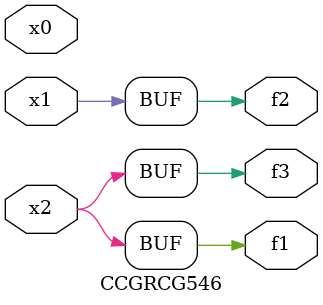
<source format=v>
module CCGRCG546(
	input x0, x1, x2,
	output f1, f2, f3
);
	assign f1 = x2;
	assign f2 = x1;
	assign f3 = x2;
endmodule

</source>
